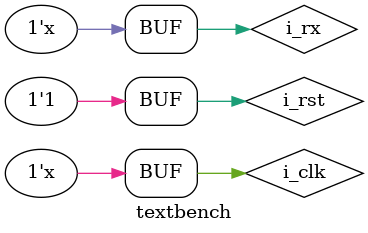
<source format=v>
`timescale 1ns / 1ps


module textbench( );
    reg i_clk=0;
    reg i_rst=1;
    reg i_rx=0;
    wire o_tx;
    UART_Demo text(
        .i_clk(i_clk),
        .i_rst(i_rst),
        .i_rx(i_rx),
        .o_tx(o_tx)
        );
        always #25000000 i_rx=~i_rx;
        always #10 i_clk=~i_clk;
endmodule

</source>
